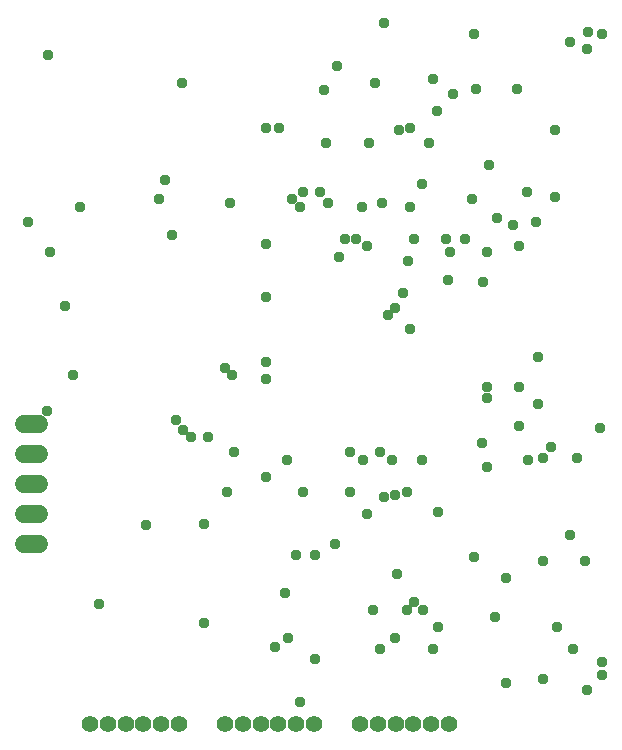
<source format=gbs>
G04 EAGLE Gerber RS-274X export*
G75*
%MOMM*%
%FSLAX34Y34*%
%LPD*%
%INBottom Solder Mask*%
%IPPOS*%
%AMOC8*
5,1,8,0,0,1.08239X$1,22.5*%
G01*
%ADD10C,1.524000*%
%ADD11C,1.411200*%
%ADD12C,0.959600*%


D10*
X31496Y304800D02*
X44704Y304800D01*
X44704Y279400D02*
X31496Y279400D01*
X31496Y254000D02*
X44704Y254000D01*
X44704Y228600D02*
X31496Y228600D01*
X31496Y203200D02*
X44704Y203200D01*
D11*
X277100Y51100D03*
X262100Y51100D03*
X247100Y51100D03*
X232100Y51100D03*
X217100Y51100D03*
X202100Y51100D03*
X391400Y51100D03*
X376400Y51100D03*
X361400Y51100D03*
X346400Y51100D03*
X331400Y51100D03*
X316400Y51100D03*
X162800Y51100D03*
X147800Y51100D03*
X132800Y51100D03*
X117800Y51100D03*
X102800Y51100D03*
X87800Y51100D03*
D12*
X328613Y593725D03*
X296863Y608013D03*
X52388Y617538D03*
X236538Y555625D03*
X287338Y542925D03*
X374650Y542925D03*
X336550Y644525D03*
X254000Y274638D03*
X319088Y274638D03*
X368300Y274638D03*
X423863Y268288D03*
X450850Y336550D03*
X358775Y488950D03*
X450850Y455613D03*
X165100Y593725D03*
X377825Y596900D03*
X146050Y495300D03*
X412750Y635000D03*
X355600Y147638D03*
X157163Y465138D03*
X369888Y147638D03*
X150813Y511175D03*
X53975Y450850D03*
X449263Y588963D03*
X95250Y152400D03*
X482600Y133350D03*
X471488Y276225D03*
X312738Y461963D03*
X361950Y461963D03*
X423863Y450850D03*
X134938Y219075D03*
X247650Y555625D03*
X423863Y336550D03*
X333375Y280988D03*
X295275Y203200D03*
X347663Y177800D03*
X285750Y587375D03*
X34925Y476250D03*
X425450Y523875D03*
X79375Y488950D03*
X66675Y404813D03*
X414338Y588963D03*
X481013Y554038D03*
X73025Y346075D03*
X346075Y403225D03*
X258763Y495300D03*
X323850Y542925D03*
X265113Y488950D03*
X288925Y492125D03*
X307975Y247650D03*
X307975Y280988D03*
X358775Y385763D03*
X357188Y442913D03*
X419100Y288925D03*
X388938Y461963D03*
X420688Y425450D03*
X481013Y496888D03*
X465138Y476250D03*
X209550Y280988D03*
X236538Y260350D03*
X184150Y136525D03*
X184150Y220663D03*
X390525Y427038D03*
X392113Y450850D03*
X412750Y192088D03*
X352425Y415925D03*
X395288Y584200D03*
X381000Y569913D03*
X244475Y115888D03*
X268288Y247650D03*
X277813Y106363D03*
X322263Y228600D03*
X236538Y412750D03*
X268288Y501650D03*
X206375Y492125D03*
X236538Y457200D03*
X173038Y293688D03*
X236538Y357188D03*
X160338Y307975D03*
X201613Y352425D03*
X166688Y300038D03*
X207963Y346075D03*
X187325Y293688D03*
X236538Y342900D03*
X493713Y628650D03*
X349250Y554038D03*
X520700Y635000D03*
X509588Y636588D03*
X358775Y555625D03*
X508000Y622300D03*
X317500Y488950D03*
X500063Y276225D03*
X346075Y123825D03*
X466725Y322263D03*
X466725Y361950D03*
X431800Y479425D03*
X377825Y114300D03*
X508000Y79375D03*
X520700Y92075D03*
X411163Y495300D03*
X382588Y133350D03*
X404813Y461963D03*
X520700Y103188D03*
X477838Y285750D03*
X471488Y188913D03*
X493713Y211138D03*
X430213Y141288D03*
X458788Y274638D03*
X339725Y396875D03*
X423863Y327025D03*
X50800Y315913D03*
X298450Y446088D03*
X282575Y501650D03*
X457200Y501650D03*
X303213Y461963D03*
X255588Y123825D03*
X252413Y161925D03*
X439738Y85725D03*
X506413Y188913D03*
X519113Y301625D03*
X446088Y473075D03*
X333375Y114300D03*
X334963Y492125D03*
X361950Y153988D03*
X450850Y303213D03*
X368300Y508000D03*
X322263Y455613D03*
X261938Y193675D03*
X336550Y242888D03*
X471488Y88900D03*
X496888Y114300D03*
X277813Y193675D03*
X346075Y244475D03*
X439738Y174625D03*
X382588Y230188D03*
X342900Y274638D03*
X355600Y247650D03*
X327025Y147638D03*
X265113Y69850D03*
X203200Y247650D03*
M02*

</source>
